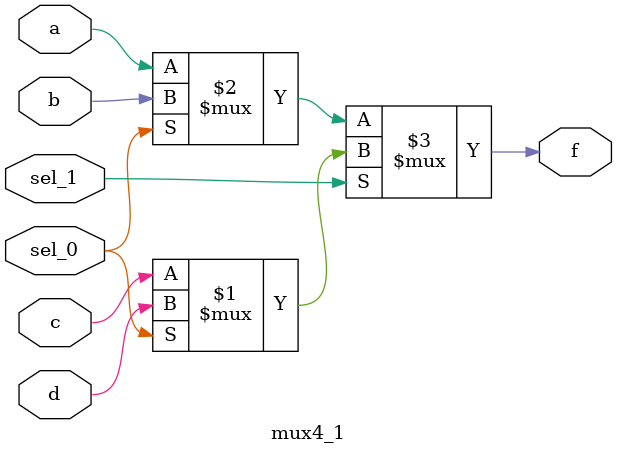
<source format=sv>
module mux4_1(input logic a,b,c,d, sel_1,sel_0, output logic f);
assign f = sel_1 ?(sel_0 ? d : c)
	 	 :(sel_0 ? b : a);
endmodule 


</source>
